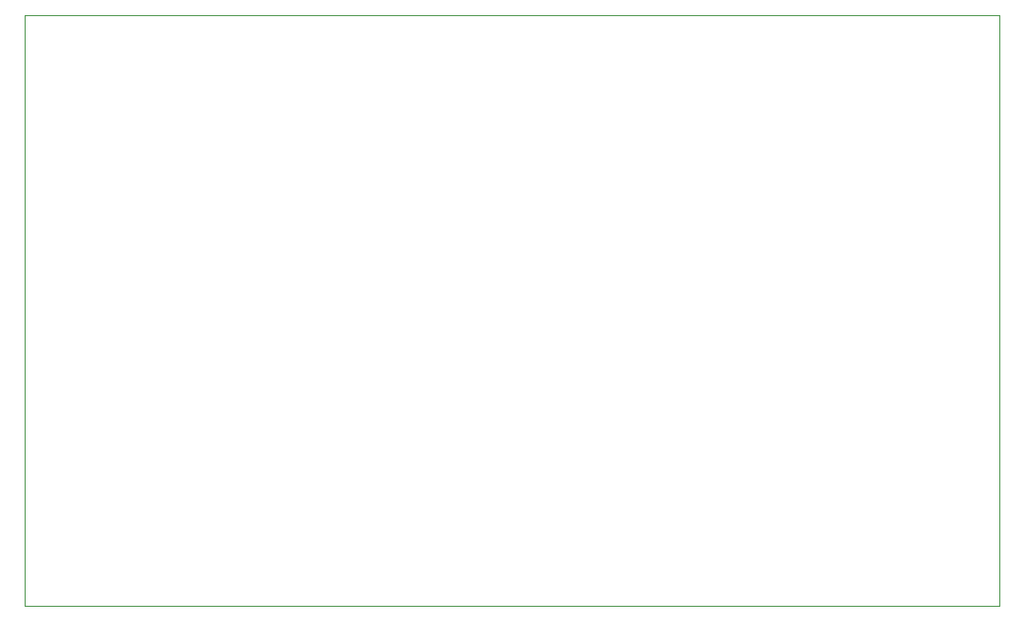
<source format=gbr>
%TF.GenerationSoftware,KiCad,Pcbnew,(6.0.4-0)*%
%TF.CreationDate,2023-05-22T14:10:51+02:00*%
%TF.ProjectId,NodeMCU-Metriful,4e6f6465-4d43-4552-9d4d-657472696675,rev?*%
%TF.SameCoordinates,Original*%
%TF.FileFunction,Profile,NP*%
%FSLAX46Y46*%
G04 Gerber Fmt 4.6, Leading zero omitted, Abs format (unit mm)*
G04 Created by KiCad (PCBNEW (6.0.4-0)) date 2023-05-22 14:10:51*
%MOMM*%
%LPD*%
G01*
G04 APERTURE LIST*
%TA.AperFunction,Profile*%
%ADD10C,0.100000*%
%TD*%
G04 APERTURE END LIST*
D10*
X170180000Y-115570000D02*
X83185000Y-115570000D01*
X83185000Y-115570000D02*
X83185000Y-62865000D01*
X83185000Y-62865000D02*
X170180000Y-62865000D01*
X170180000Y-62865000D02*
X170180000Y-115570000D01*
M02*

</source>
